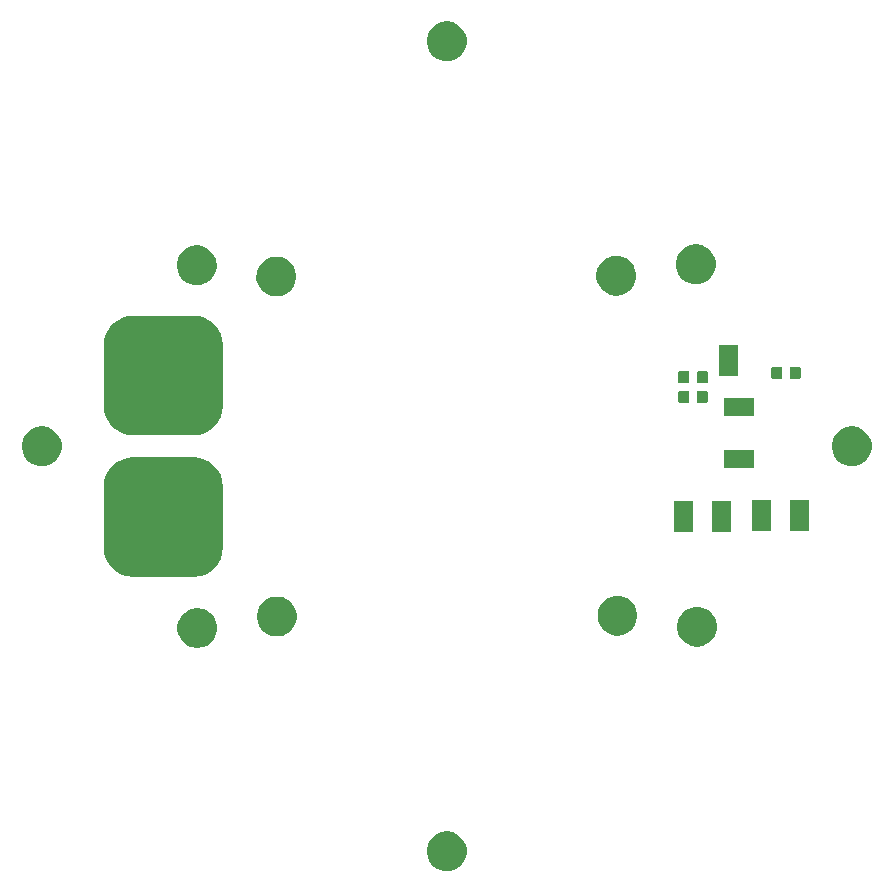
<source format=gbr>
G04 #@! TF.GenerationSoftware,KiCad,Pcbnew,(5.0.0)*
G04 #@! TF.CreationDate,2020-03-19T15:53:23-07:00*
G04 #@! TF.ProjectId,ring_illuminator,72696E675F696C6C756D696E61746F72,rev?*
G04 #@! TF.SameCoordinates,Original*
G04 #@! TF.FileFunction,Soldermask,Top*
G04 #@! TF.FilePolarity,Negative*
%FSLAX46Y46*%
G04 Gerber Fmt 4.6, Leading zero omitted, Abs format (unit mm)*
G04 Created by KiCad (PCBNEW (5.0.0)) date 03/19/20 15:53:23*
%MOMM*%
%LPD*%
G01*
G04 APERTURE LIST*
%ADD10C,0.100000*%
G04 APERTURE END LIST*
D10*
G36*
X327947Y-32641300D02*
X490330Y-32673600D01*
X796252Y-32800317D01*
X1071575Y-32984282D01*
X1305718Y-33218425D01*
X1489683Y-33493748D01*
X1616400Y-33799670D01*
X1681000Y-34124436D01*
X1681000Y-34455564D01*
X1616400Y-34780330D01*
X1489683Y-35086252D01*
X1305718Y-35361575D01*
X1071575Y-35595718D01*
X796252Y-35779683D01*
X490330Y-35906400D01*
X327947Y-35938700D01*
X165565Y-35971000D01*
X-165565Y-35971000D01*
X-327947Y-35938700D01*
X-490330Y-35906400D01*
X-796252Y-35779683D01*
X-1071575Y-35595718D01*
X-1305718Y-35361575D01*
X-1489683Y-35086252D01*
X-1616400Y-34780330D01*
X-1681000Y-34455564D01*
X-1681000Y-34124436D01*
X-1616400Y-33799670D01*
X-1489683Y-33493748D01*
X-1305718Y-33218425D01*
X-1071575Y-32984282D01*
X-796252Y-32800317D01*
X-490330Y-32673600D01*
X-327947Y-32641300D01*
X-165565Y-32609000D01*
X165565Y-32609000D01*
X327947Y-32641300D01*
X327947Y-32641300D01*
G37*
G36*
X-20792053Y-13737050D02*
X-20629670Y-13769350D01*
X-20323748Y-13896067D01*
X-20048425Y-14080032D01*
X-19814282Y-14314175D01*
X-19630317Y-14589498D01*
X-19503600Y-14895420D01*
X-19439000Y-15220186D01*
X-19439000Y-15551314D01*
X-19503600Y-15876080D01*
X-19630317Y-16182002D01*
X-19814282Y-16457325D01*
X-20048425Y-16691468D01*
X-20323748Y-16875433D01*
X-20629670Y-17002150D01*
X-20792053Y-17034450D01*
X-20954435Y-17066750D01*
X-21285565Y-17066750D01*
X-21447947Y-17034450D01*
X-21610330Y-17002150D01*
X-21916252Y-16875433D01*
X-22191575Y-16691468D01*
X-22425718Y-16457325D01*
X-22609683Y-16182002D01*
X-22736400Y-15876080D01*
X-22801000Y-15551314D01*
X-22801000Y-15220186D01*
X-22736400Y-14895420D01*
X-22609683Y-14589498D01*
X-22425718Y-14314175D01*
X-22191575Y-14080032D01*
X-21916252Y-13896067D01*
X-21610330Y-13769350D01*
X-21447947Y-13737050D01*
X-21285565Y-13704750D01*
X-20954435Y-13704750D01*
X-20792053Y-13737050D01*
X-20792053Y-13737050D01*
G37*
G36*
X21429086Y-13617628D02*
X21683630Y-13668260D01*
X21989552Y-13794977D01*
X22264875Y-13978942D01*
X22499018Y-14213085D01*
X22682983Y-14488408D01*
X22809700Y-14794330D01*
X22874300Y-15119096D01*
X22874300Y-15450224D01*
X22809700Y-15774990D01*
X22682983Y-16080912D01*
X22499018Y-16356235D01*
X22264875Y-16590378D01*
X21989552Y-16774343D01*
X21683630Y-16901060D01*
X21521247Y-16933360D01*
X21358865Y-16965660D01*
X21027735Y-16965660D01*
X20865353Y-16933360D01*
X20702970Y-16901060D01*
X20397048Y-16774343D01*
X20121725Y-16590378D01*
X19887582Y-16356235D01*
X19703617Y-16080912D01*
X19576900Y-15774990D01*
X19512300Y-15450224D01*
X19512300Y-15119096D01*
X19576900Y-14794330D01*
X19703617Y-14488408D01*
X19887582Y-14213085D01*
X20121725Y-13978942D01*
X20397048Y-13794977D01*
X20702970Y-13668260D01*
X20957514Y-13617628D01*
X21027735Y-13603660D01*
X21358865Y-13603660D01*
X21429086Y-13617628D01*
X21429086Y-13617628D01*
G37*
G36*
X-14051553Y-12765180D02*
X-13889170Y-12797480D01*
X-13583248Y-12924197D01*
X-13307925Y-13108162D01*
X-13073782Y-13342305D01*
X-12889817Y-13617628D01*
X-12763100Y-13923550D01*
X-12698500Y-14248316D01*
X-12698500Y-14579444D01*
X-12763100Y-14904210D01*
X-12889817Y-15210132D01*
X-13073782Y-15485455D01*
X-13307925Y-15719598D01*
X-13583248Y-15903563D01*
X-13889170Y-16030280D01*
X-14051553Y-16062580D01*
X-14213935Y-16094880D01*
X-14545065Y-16094880D01*
X-14707447Y-16062580D01*
X-14869830Y-16030280D01*
X-15175752Y-15903563D01*
X-15451075Y-15719598D01*
X-15685218Y-15485455D01*
X-15869183Y-15210132D01*
X-15995900Y-14904210D01*
X-16060500Y-14579444D01*
X-16060500Y-14248316D01*
X-15995900Y-13923550D01*
X-15869183Y-13617628D01*
X-15685218Y-13342305D01*
X-15451075Y-13108162D01*
X-15175752Y-12924197D01*
X-14869830Y-12797480D01*
X-14707447Y-12765180D01*
X-14545065Y-12732880D01*
X-14213935Y-12732880D01*
X-14051553Y-12765180D01*
X-14051553Y-12765180D01*
G37*
G36*
X14776137Y-12696310D02*
X14938520Y-12728610D01*
X15244442Y-12855327D01*
X15519765Y-13039292D01*
X15753908Y-13273435D01*
X15937873Y-13548758D01*
X16064590Y-13854680D01*
X16129190Y-14179446D01*
X16129190Y-14510574D01*
X16064590Y-14835340D01*
X15937873Y-15141262D01*
X15753908Y-15416585D01*
X15519765Y-15650728D01*
X15244442Y-15834693D01*
X14938520Y-15961410D01*
X14776137Y-15993710D01*
X14613755Y-16026010D01*
X14282625Y-16026010D01*
X14120243Y-15993710D01*
X13957860Y-15961410D01*
X13651938Y-15834693D01*
X13376615Y-15650728D01*
X13142472Y-15416585D01*
X12958507Y-15141262D01*
X12831790Y-14835340D01*
X12767190Y-14510574D01*
X12767190Y-14179446D01*
X12831790Y-13854680D01*
X12958507Y-13548758D01*
X13142472Y-13273435D01*
X13376615Y-13039292D01*
X13651938Y-12855327D01*
X13957860Y-12728610D01*
X14120243Y-12696310D01*
X14282625Y-12664010D01*
X14613755Y-12664010D01*
X14776137Y-12696310D01*
X14776137Y-12696310D01*
G37*
G36*
X-20931614Y-996919D02*
X-20469680Y-1137045D01*
X-20043965Y-1364595D01*
X-19670824Y-1670824D01*
X-19364595Y-2043965D01*
X-19137045Y-2469680D01*
X-18996919Y-2931614D01*
X-18949000Y-3418140D01*
X-18949000Y-8581860D01*
X-18996919Y-9068386D01*
X-19137045Y-9530320D01*
X-19364595Y-9956035D01*
X-19670824Y-10329176D01*
X-20043965Y-10635405D01*
X-20469680Y-10862955D01*
X-20931614Y-11003081D01*
X-21418140Y-11051000D01*
X-26581860Y-11051000D01*
X-27068386Y-11003081D01*
X-27530320Y-10862955D01*
X-27956035Y-10635405D01*
X-28329176Y-10329176D01*
X-28635405Y-9956035D01*
X-28862955Y-9530320D01*
X-29003081Y-9068386D01*
X-29051000Y-8581860D01*
X-29051000Y-3418140D01*
X-29003081Y-2931614D01*
X-28862955Y-2469680D01*
X-28635405Y-2043965D01*
X-28329176Y-1670824D01*
X-27956035Y-1364595D01*
X-27530320Y-1137045D01*
X-27068386Y-996919D01*
X-26581860Y-949000D01*
X-21418140Y-949000D01*
X-20931614Y-996919D01*
X-20931614Y-996919D01*
G37*
G36*
X24054000Y-7270000D02*
X22428000Y-7270000D01*
X22428000Y-4668000D01*
X24054000Y-4668000D01*
X24054000Y-7270000D01*
X24054000Y-7270000D01*
G37*
G36*
X20879000Y-7270000D02*
X19253000Y-7270000D01*
X19253000Y-4668000D01*
X20879000Y-4668000D01*
X20879000Y-7270000D01*
X20879000Y-7270000D01*
G37*
G36*
X27483000Y-7143000D02*
X25857000Y-7143000D01*
X25857000Y-4541000D01*
X27483000Y-4541000D01*
X27483000Y-7143000D01*
X27483000Y-7143000D01*
G37*
G36*
X30658000Y-7143000D02*
X29032000Y-7143000D01*
X29032000Y-4541000D01*
X30658000Y-4541000D01*
X30658000Y-7143000D01*
X30658000Y-7143000D01*
G37*
G36*
X26016000Y-1833000D02*
X23514000Y-1833000D01*
X23514000Y-281000D01*
X26016000Y-281000D01*
X26016000Y-1833000D01*
X26016000Y-1833000D01*
G37*
G36*
X-33962053Y1648700D02*
X-33799670Y1616400D01*
X-33493748Y1489683D01*
X-33218425Y1305718D01*
X-32984282Y1071575D01*
X-32800317Y796252D01*
X-32673600Y490330D01*
X-32609000Y165564D01*
X-32609000Y-165564D01*
X-32673600Y-490330D01*
X-32800317Y-796252D01*
X-32984282Y-1071575D01*
X-33218425Y-1305718D01*
X-33493748Y-1489683D01*
X-33799670Y-1616400D01*
X-33962053Y-1648700D01*
X-34124435Y-1681000D01*
X-34455565Y-1681000D01*
X-34617947Y-1648700D01*
X-34780330Y-1616400D01*
X-35086252Y-1489683D01*
X-35361575Y-1305718D01*
X-35595718Y-1071575D01*
X-35779683Y-796252D01*
X-35906400Y-490330D01*
X-35971000Y-165564D01*
X-35971000Y165564D01*
X-35906400Y490330D01*
X-35779683Y796252D01*
X-35595718Y1071575D01*
X-35361575Y1305718D01*
X-35086252Y1489683D01*
X-34780330Y1616400D01*
X-34617947Y1648700D01*
X-34455565Y1681000D01*
X-34124435Y1681000D01*
X-33962053Y1648700D01*
X-33962053Y1648700D01*
G37*
G36*
X34617947Y1648700D02*
X34780330Y1616400D01*
X35086252Y1489683D01*
X35361575Y1305718D01*
X35595718Y1071575D01*
X35779683Y796252D01*
X35906400Y490330D01*
X35971000Y165564D01*
X35971000Y-165564D01*
X35906400Y-490330D01*
X35779683Y-796252D01*
X35595718Y-1071575D01*
X35361575Y-1305718D01*
X35086252Y-1489683D01*
X34780330Y-1616400D01*
X34617947Y-1648700D01*
X34455565Y-1681000D01*
X34124435Y-1681000D01*
X33962053Y-1648700D01*
X33799670Y-1616400D01*
X33493748Y-1489683D01*
X33218425Y-1305718D01*
X32984282Y-1071575D01*
X32800317Y-796252D01*
X32673600Y-490330D01*
X32609000Y-165564D01*
X32609000Y165564D01*
X32673600Y490330D01*
X32800317Y796252D01*
X32984282Y1071575D01*
X33218425Y1305718D01*
X33493748Y1489683D01*
X33799670Y1616400D01*
X33962053Y1648700D01*
X34124435Y1681000D01*
X34455565Y1681000D01*
X34617947Y1648700D01*
X34617947Y1648700D01*
G37*
G36*
X-20931614Y11003081D02*
X-20469680Y10862955D01*
X-20043965Y10635405D01*
X-19670824Y10329176D01*
X-19364595Y9956035D01*
X-19137045Y9530320D01*
X-18996919Y9068386D01*
X-18949000Y8581860D01*
X-18949000Y3418140D01*
X-18996919Y2931614D01*
X-19137045Y2469680D01*
X-19364595Y2043965D01*
X-19670824Y1670824D01*
X-20043965Y1364595D01*
X-20469680Y1137045D01*
X-20931614Y996919D01*
X-21418140Y949000D01*
X-26581860Y949000D01*
X-27068386Y996919D01*
X-27530320Y1137045D01*
X-27956035Y1364595D01*
X-28329176Y1670824D01*
X-28635405Y2043965D01*
X-28862955Y2469680D01*
X-29003081Y2931614D01*
X-29051000Y3418140D01*
X-29051000Y8581860D01*
X-29003081Y9068386D01*
X-28862955Y9530320D01*
X-28635405Y9956035D01*
X-28329176Y10329176D01*
X-27956035Y10635405D01*
X-27530320Y10862955D01*
X-27068386Y11003081D01*
X-26581860Y11051000D01*
X-21418140Y11051000D01*
X-20931614Y11003081D01*
X-20931614Y11003081D01*
G37*
G36*
X26016000Y2567000D02*
X23514000Y2567000D01*
X23514000Y4119000D01*
X26016000Y4119000D01*
X26016000Y2567000D01*
X26016000Y2567000D01*
G37*
G36*
X21983091Y4712915D02*
X22017069Y4702607D01*
X22048387Y4685867D01*
X22075839Y4663339D01*
X22098367Y4635887D01*
X22115107Y4604569D01*
X22125415Y4570591D01*
X22129500Y4529110D01*
X22129500Y3852890D01*
X22125415Y3811409D01*
X22115107Y3777431D01*
X22098367Y3746113D01*
X22075839Y3718661D01*
X22048387Y3696133D01*
X22017069Y3679393D01*
X21983091Y3669085D01*
X21941610Y3665000D01*
X21340390Y3665000D01*
X21298909Y3669085D01*
X21264931Y3679393D01*
X21233613Y3696133D01*
X21206161Y3718661D01*
X21183633Y3746113D01*
X21166893Y3777431D01*
X21156585Y3811409D01*
X21152500Y3852890D01*
X21152500Y4529110D01*
X21156585Y4570591D01*
X21166893Y4604569D01*
X21183633Y4635887D01*
X21206161Y4663339D01*
X21233613Y4685867D01*
X21264931Y4702607D01*
X21298909Y4712915D01*
X21340390Y4717000D01*
X21941610Y4717000D01*
X21983091Y4712915D01*
X21983091Y4712915D01*
G37*
G36*
X20408091Y4712915D02*
X20442069Y4702607D01*
X20473387Y4685867D01*
X20500839Y4663339D01*
X20523367Y4635887D01*
X20540107Y4604569D01*
X20550415Y4570591D01*
X20554500Y4529110D01*
X20554500Y3852890D01*
X20550415Y3811409D01*
X20540107Y3777431D01*
X20523367Y3746113D01*
X20500839Y3718661D01*
X20473387Y3696133D01*
X20442069Y3679393D01*
X20408091Y3669085D01*
X20366610Y3665000D01*
X19765390Y3665000D01*
X19723909Y3669085D01*
X19689931Y3679393D01*
X19658613Y3696133D01*
X19631161Y3718661D01*
X19608633Y3746113D01*
X19591893Y3777431D01*
X19581585Y3811409D01*
X19577500Y3852890D01*
X19577500Y4529110D01*
X19581585Y4570591D01*
X19591893Y4604569D01*
X19608633Y4635887D01*
X19631161Y4663339D01*
X19658613Y4685867D01*
X19689931Y4702607D01*
X19723909Y4712915D01*
X19765390Y4717000D01*
X20366610Y4717000D01*
X20408091Y4712915D01*
X20408091Y4712915D01*
G37*
G36*
X20408091Y6363915D02*
X20442069Y6353607D01*
X20473387Y6336867D01*
X20500839Y6314339D01*
X20523367Y6286887D01*
X20540107Y6255569D01*
X20550415Y6221591D01*
X20554500Y6180110D01*
X20554500Y5503890D01*
X20550415Y5462409D01*
X20540107Y5428431D01*
X20523367Y5397113D01*
X20500839Y5369661D01*
X20473387Y5347133D01*
X20442069Y5330393D01*
X20408091Y5320085D01*
X20366610Y5316000D01*
X19765390Y5316000D01*
X19723909Y5320085D01*
X19689931Y5330393D01*
X19658613Y5347133D01*
X19631161Y5369661D01*
X19608633Y5397113D01*
X19591893Y5428431D01*
X19581585Y5462409D01*
X19577500Y5503890D01*
X19577500Y6180110D01*
X19581585Y6221591D01*
X19591893Y6255569D01*
X19608633Y6286887D01*
X19631161Y6314339D01*
X19658613Y6336867D01*
X19689931Y6353607D01*
X19723909Y6363915D01*
X19765390Y6368000D01*
X20366610Y6368000D01*
X20408091Y6363915D01*
X20408091Y6363915D01*
G37*
G36*
X21983091Y6363915D02*
X22017069Y6353607D01*
X22048387Y6336867D01*
X22075839Y6314339D01*
X22098367Y6286887D01*
X22115107Y6255569D01*
X22125415Y6221591D01*
X22129500Y6180110D01*
X22129500Y5503890D01*
X22125415Y5462409D01*
X22115107Y5428431D01*
X22098367Y5397113D01*
X22075839Y5369661D01*
X22048387Y5347133D01*
X22017069Y5330393D01*
X21983091Y5320085D01*
X21941610Y5316000D01*
X21340390Y5316000D01*
X21298909Y5320085D01*
X21264931Y5330393D01*
X21233613Y5347133D01*
X21206161Y5369661D01*
X21183633Y5397113D01*
X21166893Y5428431D01*
X21156585Y5462409D01*
X21152500Y5503890D01*
X21152500Y6180110D01*
X21156585Y6221591D01*
X21166893Y6255569D01*
X21183633Y6286887D01*
X21206161Y6314339D01*
X21233613Y6336867D01*
X21264931Y6353607D01*
X21298909Y6363915D01*
X21340390Y6368000D01*
X21941610Y6368000D01*
X21983091Y6363915D01*
X21983091Y6363915D01*
G37*
G36*
X28282091Y6744915D02*
X28316069Y6734607D01*
X28347387Y6717867D01*
X28374839Y6695339D01*
X28397367Y6667887D01*
X28414107Y6636569D01*
X28424415Y6602591D01*
X28428500Y6561110D01*
X28428500Y5884890D01*
X28424415Y5843409D01*
X28414107Y5809431D01*
X28397367Y5778113D01*
X28374839Y5750661D01*
X28347387Y5728133D01*
X28316069Y5711393D01*
X28282091Y5701085D01*
X28240610Y5697000D01*
X27639390Y5697000D01*
X27597909Y5701085D01*
X27563931Y5711393D01*
X27532613Y5728133D01*
X27505161Y5750661D01*
X27482633Y5778113D01*
X27465893Y5809431D01*
X27455585Y5843409D01*
X27451500Y5884890D01*
X27451500Y6561110D01*
X27455585Y6602591D01*
X27465893Y6636569D01*
X27482633Y6667887D01*
X27505161Y6695339D01*
X27532613Y6717867D01*
X27563931Y6734607D01*
X27597909Y6744915D01*
X27639390Y6749000D01*
X28240610Y6749000D01*
X28282091Y6744915D01*
X28282091Y6744915D01*
G37*
G36*
X29857091Y6744915D02*
X29891069Y6734607D01*
X29922387Y6717867D01*
X29949839Y6695339D01*
X29972367Y6667887D01*
X29989107Y6636569D01*
X29999415Y6602591D01*
X30003500Y6561110D01*
X30003500Y5884890D01*
X29999415Y5843409D01*
X29989107Y5809431D01*
X29972367Y5778113D01*
X29949839Y5750661D01*
X29922387Y5728133D01*
X29891069Y5711393D01*
X29857091Y5701085D01*
X29815610Y5697000D01*
X29214390Y5697000D01*
X29172909Y5701085D01*
X29138931Y5711393D01*
X29107613Y5728133D01*
X29080161Y5750661D01*
X29057633Y5778113D01*
X29040893Y5809431D01*
X29030585Y5843409D01*
X29026500Y5884890D01*
X29026500Y6561110D01*
X29030585Y6602591D01*
X29040893Y6636569D01*
X29057633Y6667887D01*
X29080161Y6695339D01*
X29107613Y6717867D01*
X29138931Y6734607D01*
X29172909Y6744915D01*
X29214390Y6749000D01*
X29815610Y6749000D01*
X29857091Y6744915D01*
X29857091Y6744915D01*
G37*
G36*
X24689000Y5938000D02*
X23063000Y5938000D01*
X23063000Y8540000D01*
X24689000Y8540000D01*
X24689000Y5938000D01*
X24689000Y5938000D01*
G37*
G36*
X-14097353Y16016700D02*
X-13934970Y15984400D01*
X-13629048Y15857683D01*
X-13353725Y15673718D01*
X-13119582Y15439575D01*
X-12935617Y15164252D01*
X-12808900Y14858330D01*
X-12808900Y14858329D01*
X-12762119Y14623149D01*
X-12744300Y14533564D01*
X-12744300Y14202436D01*
X-12808900Y13877670D01*
X-12935617Y13571748D01*
X-13119582Y13296425D01*
X-13353725Y13062282D01*
X-13629048Y12878317D01*
X-13934970Y12751600D01*
X-14097353Y12719300D01*
X-14259735Y12687000D01*
X-14590865Y12687000D01*
X-14753247Y12719300D01*
X-14915630Y12751600D01*
X-15221552Y12878317D01*
X-15496875Y13062282D01*
X-15731018Y13296425D01*
X-15914983Y13571748D01*
X-16041700Y13877670D01*
X-16106300Y14202436D01*
X-16106300Y14533564D01*
X-16088480Y14623149D01*
X-16041700Y14858329D01*
X-16041700Y14858330D01*
X-15914983Y15164252D01*
X-15731018Y15439575D01*
X-15496875Y15673718D01*
X-15221552Y15857683D01*
X-14915630Y15984400D01*
X-14753247Y16016700D01*
X-14590865Y16049000D01*
X-14259735Y16049000D01*
X-14097353Y16016700D01*
X-14097353Y16016700D01*
G37*
G36*
X14684457Y16085500D02*
X14846840Y16053200D01*
X15152762Y15926483D01*
X15428085Y15742518D01*
X15662228Y15508375D01*
X15846193Y15233052D01*
X15879420Y15152835D01*
X15972910Y14927129D01*
X16037510Y14602365D01*
X16037510Y14271235D01*
X16032654Y14246822D01*
X15972910Y13946470D01*
X15846193Y13640548D01*
X15662228Y13365225D01*
X15428085Y13131082D01*
X15152762Y12947117D01*
X14846840Y12820400D01*
X14684457Y12788100D01*
X14522075Y12755800D01*
X14190945Y12755800D01*
X14028563Y12788100D01*
X13866180Y12820400D01*
X13560258Y12947117D01*
X13284935Y13131082D01*
X13050792Y13365225D01*
X12866827Y13640548D01*
X12740110Y13946470D01*
X12680366Y14246822D01*
X12675510Y14271235D01*
X12675510Y14602365D01*
X12740110Y14927129D01*
X12833600Y15152835D01*
X12866827Y15233052D01*
X13050792Y15508375D01*
X13284935Y15742518D01*
X13560258Y15926483D01*
X13866180Y16053200D01*
X14028563Y16085500D01*
X14190945Y16117800D01*
X14522075Y16117800D01*
X14684457Y16085500D01*
X14684457Y16085500D01*
G37*
G36*
X-20840953Y16967100D02*
X-20678570Y16934800D01*
X-20372648Y16808083D01*
X-20097325Y16624118D01*
X-19863182Y16389975D01*
X-19679217Y16114652D01*
X-19572777Y15857683D01*
X-19552500Y15808729D01*
X-19492755Y15508375D01*
X-19487900Y15483964D01*
X-19487900Y15152836D01*
X-19552500Y14828070D01*
X-19679217Y14522148D01*
X-19863182Y14246825D01*
X-20097325Y14012682D01*
X-20372648Y13828717D01*
X-20678570Y13702000D01*
X-20840953Y13669700D01*
X-21003335Y13637400D01*
X-21334465Y13637400D01*
X-21496847Y13669700D01*
X-21659230Y13702000D01*
X-21965152Y13828717D01*
X-22240475Y14012682D01*
X-22474618Y14246825D01*
X-22658583Y14522148D01*
X-22785300Y14828070D01*
X-22849900Y15152836D01*
X-22849900Y15483964D01*
X-22845044Y15508375D01*
X-22785300Y15808729D01*
X-22765023Y15857683D01*
X-22658583Y16114652D01*
X-22474618Y16389975D01*
X-22240475Y16624118D01*
X-21965152Y16808083D01*
X-21659230Y16934800D01*
X-21496847Y16967100D01*
X-21334465Y16999400D01*
X-21003335Y16999400D01*
X-20840953Y16967100D01*
X-20840953Y16967100D01*
G37*
G36*
X21423447Y17068100D02*
X21585830Y17035800D01*
X21891752Y16909083D01*
X22167075Y16725118D01*
X22401218Y16490975D01*
X22585183Y16215652D01*
X22711900Y15909730D01*
X22711900Y15909729D01*
X22776500Y15584965D01*
X22776500Y15253835D01*
X22756410Y15152836D01*
X22711900Y14929070D01*
X22585183Y14623148D01*
X22401218Y14347825D01*
X22167075Y14113682D01*
X21891752Y13929717D01*
X21585830Y13803000D01*
X21423447Y13770700D01*
X21261065Y13738400D01*
X20929935Y13738400D01*
X20767553Y13770700D01*
X20605170Y13803000D01*
X20299248Y13929717D01*
X20023925Y14113682D01*
X19789782Y14347825D01*
X19605817Y14623148D01*
X19479100Y14929070D01*
X19434590Y15152836D01*
X19414500Y15253835D01*
X19414500Y15584965D01*
X19479100Y15909729D01*
X19479100Y15909730D01*
X19605817Y16215652D01*
X19789782Y16490975D01*
X20023925Y16725118D01*
X20299248Y16909083D01*
X20605170Y17035800D01*
X20767553Y17068100D01*
X20929935Y17100400D01*
X21261065Y17100400D01*
X21423447Y17068100D01*
X21423447Y17068100D01*
G37*
G36*
X327947Y35938700D02*
X490330Y35906400D01*
X796252Y35779683D01*
X1071575Y35595718D01*
X1305718Y35361575D01*
X1489683Y35086252D01*
X1616400Y34780330D01*
X1681000Y34455564D01*
X1681000Y34124436D01*
X1616400Y33799670D01*
X1489683Y33493748D01*
X1305718Y33218425D01*
X1071575Y32984282D01*
X796252Y32800317D01*
X490330Y32673600D01*
X327947Y32641300D01*
X165565Y32609000D01*
X-165565Y32609000D01*
X-327947Y32641300D01*
X-490330Y32673600D01*
X-796252Y32800317D01*
X-1071575Y32984282D01*
X-1305718Y33218425D01*
X-1489683Y33493748D01*
X-1616400Y33799670D01*
X-1681000Y34124436D01*
X-1681000Y34455564D01*
X-1616400Y34780330D01*
X-1489683Y35086252D01*
X-1305718Y35361575D01*
X-1071575Y35595718D01*
X-796252Y35779683D01*
X-490330Y35906400D01*
X-327947Y35938700D01*
X-165565Y35971000D01*
X165565Y35971000D01*
X327947Y35938700D01*
X327947Y35938700D01*
G37*
M02*

</source>
